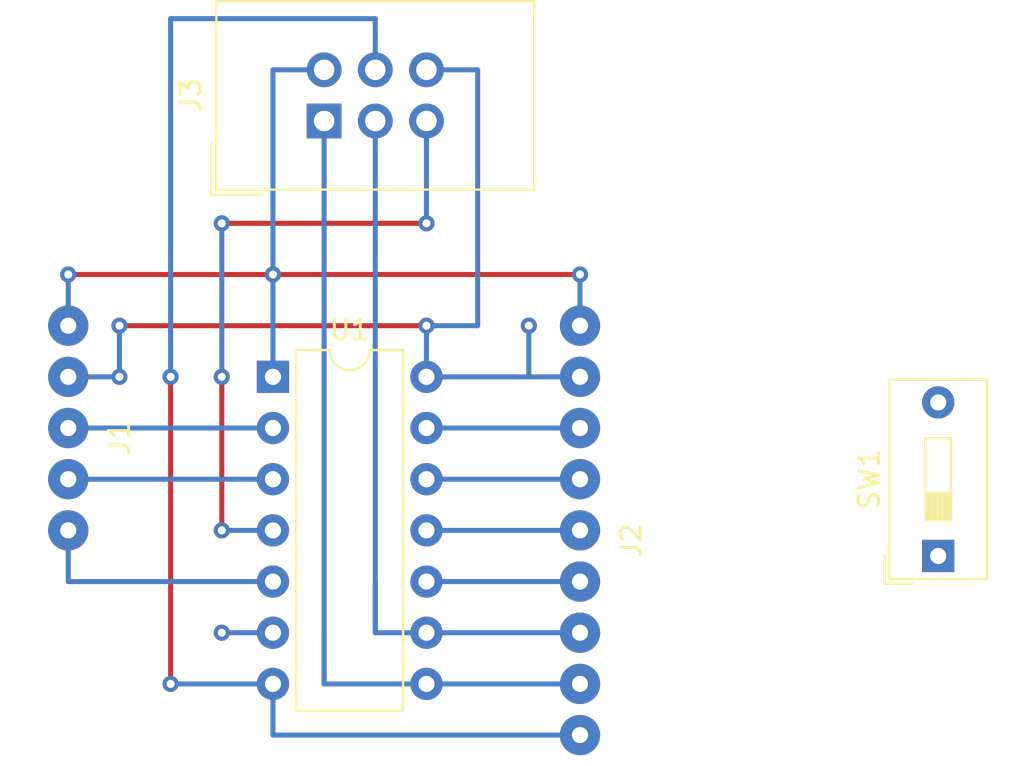
<source format=kicad_pcb>
(kicad_pcb (version 20171130) (host pcbnew 5.1.2)

  (general
    (thickness 1.6)
    (drawings 0)
    (tracks 70)
    (zones 0)
    (modules 5)
    (nets 15)
  )

  (page A4)
  (layers
    (0 F.Cu signal)
    (1 Free_Wire signal)
    (2 In2.Cu signal hide)
    (31 B.Cu signal)
    (32 B.Adhes user)
    (33 F.Adhes user)
    (34 B.Paste user)
    (35 F.Paste user)
    (36 B.SilkS user)
    (37 F.SilkS user)
    (38 B.Mask user)
    (39 F.Mask user)
    (40 Dwgs.User user)
    (41 Cmts.User user)
    (42 Eco1.User user)
    (43 Eco2.User user)
    (44 Edge.Cuts user)
    (45 Margin user)
    (46 B.CrtYd user)
    (47 F.CrtYd user)
    (48 B.Fab user)
    (49 F.Fab user)
  )

  (setup
    (last_trace_width 0.25)
    (trace_clearance 0.2)
    (zone_clearance 0.508)
    (zone_45_only no)
    (trace_min 0.2)
    (via_size 0.8)
    (via_drill 0.4)
    (via_min_size 0.4)
    (via_min_drill 0.3)
    (uvia_size 0.3)
    (uvia_drill 0.1)
    (uvias_allowed no)
    (uvia_min_size 0.2)
    (uvia_min_drill 0.1)
    (edge_width 0.05)
    (segment_width 0.2)
    (pcb_text_width 0.3)
    (pcb_text_size 1.5 1.5)
    (mod_edge_width 0.12)
    (mod_text_size 1 1)
    (mod_text_width 0.15)
    (pad_size 1.524 1.524)
    (pad_drill 0.762)
    (pad_to_mask_clearance 0.051)
    (solder_mask_min_width 0.25)
    (aux_axis_origin 0 0)
    (visible_elements FFFFFF7F)
    (pcbplotparams
      (layerselection 0x010fc_ffffffff)
      (usegerberextensions false)
      (usegerberattributes false)
      (usegerberadvancedattributes false)
      (creategerberjobfile false)
      (excludeedgelayer true)
      (linewidth 0.100000)
      (plotframeref false)
      (viasonmask false)
      (mode 1)
      (useauxorigin false)
      (hpglpennumber 1)
      (hpglpenspeed 20)
      (hpglpendiameter 15.000000)
      (psnegative false)
      (psa4output false)
      (plotreference true)
      (plotvalue true)
      (plotinvisibletext false)
      (padsonsilk false)
      (subtractmaskfromsilk false)
      (outputformat 1)
      (mirror false)
      (drillshape 1)
      (scaleselection 1)
      (outputdirectory ""))
  )

  (net 0 "")
  (net 1 +5V)
  (net 2 /Atari_Up)
  (net 3 GND)
  (net 4 /RST)
  (net 5 /Atari_PaddleB)
  (net 6 /Atari_Right)
  (net 7 /Atari_PaddleA)
  (net 8 /Atari_Trigger)
  (net 9 /SNES_SerialData)
  (net 10 /Atari_Down)
  (net 11 /Atari_Left)
  (net 12 /SNES_DataLatch)
  (net 13 /SNES_DataCLK)
  (net 14 "Net-(SW1-Pad1)")

  (net_class Default "Dies ist die voreingestellte Netzklasse."
    (clearance 0.2)
    (trace_width 0.25)
    (via_dia 0.8)
    (via_drill 0.4)
    (uvia_dia 0.3)
    (uvia_drill 0.1)
    (add_net +5V)
    (add_net /Atari_Down)
    (add_net /Atari_Left)
    (add_net /Atari_PaddleA)
    (add_net /Atari_PaddleB)
    (add_net /Atari_Right)
    (add_net /Atari_Trigger)
    (add_net /Atari_Up)
    (add_net /RST)
    (add_net /SNES_DataCLK)
    (add_net /SNES_DataLatch)
    (add_net /SNES_SerialData)
    (add_net GND)
    (add_net "Net-(SW1-Pad1)")
  )

  (module Button_Switch_THT:SW_DIP_SPSTx01_Slide_9.78x4.72mm_W7.62mm_P2.54mm (layer F.Cu) (tedit 5A4E1404) (tstamp 5CEB3F45)
    (at 170.18 97.79 90)
    (descr "1x-dip-switch SPST , Slide, row spacing 7.62 mm (300 mils), body size 9.78x4.72mm (see e.g. https://www.ctscorp.com/wp-content/uploads/206-208.pdf)")
    (tags "DIP Switch SPST Slide 7.62mm 300mil")
    (path /5CEB034D)
    (fp_text reference SW1 (at 3.81 -3.42 90) (layer F.SilkS)
      (effects (font (size 1 1) (thickness 0.15)))
    )
    (fp_text value "B = UP" (at 3.81 3.42 90) (layer F.Fab)
      (effects (font (size 1 1) (thickness 0.15)))
    )
    (fp_text user on (at 5.365 -1.4975 90) (layer F.Fab)
      (effects (font (size 0.6 0.6) (thickness 0.09)))
    )
    (fp_text user %R (at 7.27 0) (layer F.Fab)
      (effects (font (size 0.6 0.6) (thickness 0.09)))
    )
    (fp_line (start 8.95 -2.7) (end -1.35 -2.7) (layer F.CrtYd) (width 0.05))
    (fp_line (start 8.95 2.7) (end 8.95 -2.7) (layer F.CrtYd) (width 0.05))
    (fp_line (start -1.35 2.7) (end 8.95 2.7) (layer F.CrtYd) (width 0.05))
    (fp_line (start -1.35 -2.7) (end -1.35 2.7) (layer F.CrtYd) (width 0.05))
    (fp_line (start 3.133333 -0.635) (end 3.133333 0.635) (layer F.SilkS) (width 0.12))
    (fp_line (start 1.78 0.565) (end 3.133333 0.565) (layer F.SilkS) (width 0.12))
    (fp_line (start 1.78 0.445) (end 3.133333 0.445) (layer F.SilkS) (width 0.12))
    (fp_line (start 1.78 0.325) (end 3.133333 0.325) (layer F.SilkS) (width 0.12))
    (fp_line (start 1.78 0.205) (end 3.133333 0.205) (layer F.SilkS) (width 0.12))
    (fp_line (start 1.78 0.085) (end 3.133333 0.085) (layer F.SilkS) (width 0.12))
    (fp_line (start 1.78 -0.035) (end 3.133333 -0.035) (layer F.SilkS) (width 0.12))
    (fp_line (start 1.78 -0.155) (end 3.133333 -0.155) (layer F.SilkS) (width 0.12))
    (fp_line (start 1.78 -0.275) (end 3.133333 -0.275) (layer F.SilkS) (width 0.12))
    (fp_line (start 1.78 -0.395) (end 3.133333 -0.395) (layer F.SilkS) (width 0.12))
    (fp_line (start 1.78 -0.515) (end 3.133333 -0.515) (layer F.SilkS) (width 0.12))
    (fp_line (start 5.84 -0.635) (end 1.78 -0.635) (layer F.SilkS) (width 0.12))
    (fp_line (start 5.84 0.635) (end 5.84 -0.635) (layer F.SilkS) (width 0.12))
    (fp_line (start 1.78 0.635) (end 5.84 0.635) (layer F.SilkS) (width 0.12))
    (fp_line (start 1.78 -0.635) (end 1.78 0.635) (layer F.SilkS) (width 0.12))
    (fp_line (start -1.38 -2.66) (end -1.38 -1.277) (layer F.SilkS) (width 0.12))
    (fp_line (start -1.38 -2.66) (end 0.004 -2.66) (layer F.SilkS) (width 0.12))
    (fp_line (start 8.76 -2.42) (end 8.76 2.42) (layer F.SilkS) (width 0.12))
    (fp_line (start -1.14 -2.42) (end -1.14 2.42) (layer F.SilkS) (width 0.12))
    (fp_line (start -1.14 2.42) (end 8.76 2.42) (layer F.SilkS) (width 0.12))
    (fp_line (start -1.14 -2.42) (end 8.76 -2.42) (layer F.SilkS) (width 0.12))
    (fp_line (start 3.133333 -0.635) (end 3.133333 0.635) (layer F.Fab) (width 0.1))
    (fp_line (start 1.78 0.565) (end 3.133333 0.565) (layer F.Fab) (width 0.1))
    (fp_line (start 1.78 0.465) (end 3.133333 0.465) (layer F.Fab) (width 0.1))
    (fp_line (start 1.78 0.365) (end 3.133333 0.365) (layer F.Fab) (width 0.1))
    (fp_line (start 1.78 0.265) (end 3.133333 0.265) (layer F.Fab) (width 0.1))
    (fp_line (start 1.78 0.165) (end 3.133333 0.165) (layer F.Fab) (width 0.1))
    (fp_line (start 1.78 0.065) (end 3.133333 0.065) (layer F.Fab) (width 0.1))
    (fp_line (start 1.78 -0.035) (end 3.133333 -0.035) (layer F.Fab) (width 0.1))
    (fp_line (start 1.78 -0.135) (end 3.133333 -0.135) (layer F.Fab) (width 0.1))
    (fp_line (start 1.78 -0.235) (end 3.133333 -0.235) (layer F.Fab) (width 0.1))
    (fp_line (start 1.78 -0.335) (end 3.133333 -0.335) (layer F.Fab) (width 0.1))
    (fp_line (start 1.78 -0.435) (end 3.133333 -0.435) (layer F.Fab) (width 0.1))
    (fp_line (start 1.78 -0.535) (end 3.133333 -0.535) (layer F.Fab) (width 0.1))
    (fp_line (start 5.84 -0.635) (end 1.78 -0.635) (layer F.Fab) (width 0.1))
    (fp_line (start 5.84 0.635) (end 5.84 -0.635) (layer F.Fab) (width 0.1))
    (fp_line (start 1.78 0.635) (end 5.84 0.635) (layer F.Fab) (width 0.1))
    (fp_line (start 1.78 -0.635) (end 1.78 0.635) (layer F.Fab) (width 0.1))
    (fp_line (start -1.08 -1.36) (end -0.08 -2.36) (layer F.Fab) (width 0.1))
    (fp_line (start -1.08 2.36) (end -1.08 -1.36) (layer F.Fab) (width 0.1))
    (fp_line (start 8.7 2.36) (end -1.08 2.36) (layer F.Fab) (width 0.1))
    (fp_line (start 8.7 -2.36) (end 8.7 2.36) (layer F.Fab) (width 0.1))
    (fp_line (start -0.08 -2.36) (end 8.7 -2.36) (layer F.Fab) (width 0.1))
    (pad 2 thru_hole oval (at 7.62 0 90) (size 1.6 1.6) (drill 0.8) (layers *.Cu *.Mask)
      (net 3 GND))
    (pad 1 thru_hole rect (at 0 0 90) (size 1.6 1.6) (drill 0.8) (layers *.Cu *.Mask)
      (net 14 "Net-(SW1-Pad1)"))
    (model ${KISYS3DMOD}/Button_Switch_THT.3dshapes/SW_DIP_SPSTx01_Slide_9.78x4.72mm_W7.62mm_P2.54mm.wrl
      (at (xyz 0 0 0))
      (scale (xyz 1 1 1))
      (rotate (xyz 0 0 90))
    )
  )

  (module atari-snes:SNES_Pads (layer F.Cu) (tedit 5CE84641) (tstamp 5CE8F261)
    (at 127 86.36 270)
    (descr "Wire solder connection")
    (tags connector)
    (path /5CE86A09)
    (attr virtual)
    (fp_text reference J1 (at 5.588 -2.54 90) (layer F.SilkS)
      (effects (font (size 1 1) (thickness 0.15)))
    )
    (fp_text value SNES (at 5.08 2.54 90) (layer F.Fab)
      (effects (font (size 1 1) (thickness 0.15)))
    )
    (fp_text user %R (at 0 0 90) (layer F.Fab)
      (effects (font (size 1 1) (thickness 0.15)))
    )
    (fp_line (start -1.5 -1.5) (end 11.684 -1.5) (layer F.CrtYd) (width 0.05))
    (fp_line (start -1.5 -1.5) (end -1.5 1.5) (layer F.CrtYd) (width 0.05))
    (fp_line (start 11.684 1.5) (end 11.684 -1.5) (layer F.CrtYd) (width 0.05))
    (fp_line (start 11.684 1.5) (end -1.5 1.5) (layer F.CrtYd) (width 0.05))
    (pad 7 thru_hole circle (at 2.54 0 270) (size 1.99898 1.99898) (drill 0.8001) (layers *.Cu *.Mask)
      (net 3 GND))
    (pad 4 thru_hole circle (at 10.16 0 270) (size 1.99898 1.99898) (drill 0.8001) (layers *.Cu *.Mask)
      (net 9 /SNES_SerialData))
    (pad 3 thru_hole circle (at 7.62 0 270) (size 1.99898 1.99898) (drill 0.8001) (layers *.Cu *.Mask)
      (net 12 /SNES_DataLatch))
    (pad 2 thru_hole circle (at 5.08 0 270) (size 1.99898 1.99898) (drill 0.8001) (layers *.Cu *.Mask)
      (net 13 /SNES_DataCLK))
    (pad 1 thru_hole circle (at 0 0 270) (size 1.99898 1.99898) (drill 0.8001) (layers *.Cu *.Mask)
      (net 1 +5V))
  )

  (module atari-snes:Atari_Pads (layer F.Cu) (tedit 5CE845A9) (tstamp 5CE8F464)
    (at 152.4 86.36 270)
    (descr "Wire solder connection")
    (tags connector)
    (path /5CE85272)
    (attr virtual)
    (fp_text reference J2 (at 10.668 -2.54 90) (layer F.SilkS)
      (effects (font (size 1 1) (thickness 0.15)))
    )
    (fp_text value Atari (at 10.16 2.54 90) (layer F.Fab)
      (effects (font (size 1 1) (thickness 0.15)))
    )
    (fp_line (start 21.844 1.524) (end -1.5 1.5) (layer F.CrtYd) (width 0.05))
    (fp_line (start 21.844 1.5) (end 21.844 -1.5) (layer F.CrtYd) (width 0.05))
    (fp_line (start -1.5 -1.5) (end -1.5 1.5) (layer F.CrtYd) (width 0.05))
    (fp_line (start -1.5 -1.5) (end 21.844 -1.5) (layer F.CrtYd) (width 0.05))
    (fp_text user %R (at 0 0 90) (layer F.Fab)
      (effects (font (size 1 1) (thickness 0.15)))
    )
    (pad 9 thru_hole circle (at 20.32 0 270) (size 1.99898 1.99898) (drill 0.8001) (layers *.Cu *.Mask)
      (net 7 /Atari_PaddleA))
    (pad 8 thru_hole circle (at 2.54 0 270) (size 1.99898 1.99898) (drill 0.8001) (layers *.Cu *.Mask)
      (net 3 GND))
    (pad 6 thru_hole circle (at 17.78 0 270) (size 1.99898 1.99898) (drill 0.8001) (layers *.Cu *.Mask)
      (net 8 /Atari_Trigger))
    (pad 5 thru_hole circle (at 15.24 0 270) (size 1.99898 1.99898) (drill 0.8001) (layers *.Cu *.Mask)
      (net 5 /Atari_PaddleB))
    (pad 1 thru_hole circle (at 5.08 0 270) (size 1.99898 1.99898) (drill 0.8001) (layers *.Cu *.Mask)
      (net 2 /Atari_Up))
    (pad 2 thru_hole circle (at 7.62 0 270) (size 1.99898 1.99898) (drill 0.8001) (layers *.Cu *.Mask)
      (net 10 /Atari_Down))
    (pad 3 thru_hole circle (at 10.16 0 270) (size 1.99898 1.99898) (drill 0.8001) (layers *.Cu *.Mask)
      (net 11 /Atari_Left))
    (pad 4 thru_hole circle (at 12.7 0 270) (size 1.99898 1.99898) (drill 0.8001) (layers *.Cu *.Mask)
      (net 6 /Atari_Right))
    (pad 7 thru_hole circle (at 0 0 270) (size 1.99898 1.99898) (drill 0.8001) (layers *.Cu *.Mask)
      (net 1 +5V))
  )

  (module Package_DIP:DIP-14_W7.62mm (layer F.Cu) (tedit 5A02E8C5) (tstamp 5CE8F2B1)
    (at 137.16 88.9)
    (descr "14-lead though-hole mounted DIP package, row spacing 7.62 mm (300 mils)")
    (tags "THT DIP DIL PDIP 2.54mm 7.62mm 300mil")
    (path /5CE83320)
    (fp_text reference U1 (at 3.81 -2.33) (layer F.SilkS)
      (effects (font (size 1 1) (thickness 0.15)))
    )
    (fp_text value ATtiny84A-PU (at 3.81 17.57) (layer F.Fab)
      (effects (font (size 1 1) (thickness 0.15)))
    )
    (fp_text user %R (at 3.81 7.62) (layer F.Fab)
      (effects (font (size 1 1) (thickness 0.15)))
    )
    (fp_line (start 8.7 -1.55) (end -1.1 -1.55) (layer F.CrtYd) (width 0.05))
    (fp_line (start 8.7 16.8) (end 8.7 -1.55) (layer F.CrtYd) (width 0.05))
    (fp_line (start -1.1 16.8) (end 8.7 16.8) (layer F.CrtYd) (width 0.05))
    (fp_line (start -1.1 -1.55) (end -1.1 16.8) (layer F.CrtYd) (width 0.05))
    (fp_line (start 6.46 -1.33) (end 4.81 -1.33) (layer F.SilkS) (width 0.12))
    (fp_line (start 6.46 16.57) (end 6.46 -1.33) (layer F.SilkS) (width 0.12))
    (fp_line (start 1.16 16.57) (end 6.46 16.57) (layer F.SilkS) (width 0.12))
    (fp_line (start 1.16 -1.33) (end 1.16 16.57) (layer F.SilkS) (width 0.12))
    (fp_line (start 2.81 -1.33) (end 1.16 -1.33) (layer F.SilkS) (width 0.12))
    (fp_line (start 0.635 -0.27) (end 1.635 -1.27) (layer F.Fab) (width 0.1))
    (fp_line (start 0.635 16.51) (end 0.635 -0.27) (layer F.Fab) (width 0.1))
    (fp_line (start 6.985 16.51) (end 0.635 16.51) (layer F.Fab) (width 0.1))
    (fp_line (start 6.985 -1.27) (end 6.985 16.51) (layer F.Fab) (width 0.1))
    (fp_line (start 1.635 -1.27) (end 6.985 -1.27) (layer F.Fab) (width 0.1))
    (fp_arc (start 3.81 -1.33) (end 2.81 -1.33) (angle -180) (layer F.SilkS) (width 0.12))
    (pad 14 thru_hole oval (at 7.62 0) (size 1.6 1.6) (drill 0.8) (layers *.Cu *.Mask)
      (net 3 GND))
    (pad 7 thru_hole oval (at 0 15.24) (size 1.6 1.6) (drill 0.8) (layers *.Cu *.Mask)
      (net 7 /Atari_PaddleA))
    (pad 13 thru_hole oval (at 7.62 2.54) (size 1.6 1.6) (drill 0.8) (layers *.Cu *.Mask)
      (net 2 /Atari_Up))
    (pad 6 thru_hole oval (at 0 12.7) (size 1.6 1.6) (drill 0.8) (layers *.Cu *.Mask)
      (net 14 "Net-(SW1-Pad1)"))
    (pad 12 thru_hole oval (at 7.62 5.08) (size 1.6 1.6) (drill 0.8) (layers *.Cu *.Mask)
      (net 10 /Atari_Down))
    (pad 5 thru_hole oval (at 0 10.16) (size 1.6 1.6) (drill 0.8) (layers *.Cu *.Mask)
      (net 9 /SNES_SerialData))
    (pad 11 thru_hole oval (at 7.62 7.62) (size 1.6 1.6) (drill 0.8) (layers *.Cu *.Mask)
      (net 11 /Atari_Left))
    (pad 4 thru_hole oval (at 0 7.62) (size 1.6 1.6) (drill 0.8) (layers *.Cu *.Mask)
      (net 4 /RST))
    (pad 10 thru_hole oval (at 7.62 10.16) (size 1.6 1.6) (drill 0.8) (layers *.Cu *.Mask)
      (net 6 /Atari_Right))
    (pad 3 thru_hole oval (at 0 5.08) (size 1.6 1.6) (drill 0.8) (layers *.Cu *.Mask)
      (net 12 /SNES_DataLatch))
    (pad 9 thru_hole oval (at 7.62 12.7) (size 1.6 1.6) (drill 0.8) (layers *.Cu *.Mask)
      (net 5 /Atari_PaddleB))
    (pad 2 thru_hole oval (at 0 2.54) (size 1.6 1.6) (drill 0.8) (layers *.Cu *.Mask)
      (net 13 /SNES_DataCLK))
    (pad 8 thru_hole oval (at 7.62 15.24) (size 1.6 1.6) (drill 0.8) (layers *.Cu *.Mask)
      (net 8 /Atari_Trigger))
    (pad 1 thru_hole rect (at 0 0) (size 1.6 1.6) (drill 0.8) (layers *.Cu *.Mask)
      (net 1 +5V))
    (model ${KISYS3DMOD}/Package_DIP.3dshapes/DIP-14_W7.62mm.wrl
      (at (xyz 0 0 0))
      (scale (xyz 1 1 1))
      (rotate (xyz 0 0 0))
    )
  )

  (module Connector_IDC:IDC-Header_2x03_P2.54mm_Vertical (layer F.Cu) (tedit 59DE0819) (tstamp 5CE899B3)
    (at 139.7 76.2 90)
    (descr "Through hole straight IDC box header, 2x03, 2.54mm pitch, double rows")
    (tags "Through hole IDC box header THT 2x03 2.54mm double row")
    (path /5CE83F06)
    (fp_text reference J3 (at 1.27 -6.604 90) (layer F.SilkS)
      (effects (font (size 1 1) (thickness 0.15)))
    )
    (fp_text value AVR-ISP-6 (at 1.27 11.684 90) (layer F.Fab)
      (effects (font (size 1 1) (thickness 0.15)))
    )
    (fp_line (start -3.655 -5.6) (end -1.115 -5.6) (layer F.SilkS) (width 0.12))
    (fp_line (start -3.655 -5.6) (end -3.655 -3.06) (layer F.SilkS) (width 0.12))
    (fp_line (start -3.405 -5.35) (end 5.945 -5.35) (layer F.SilkS) (width 0.12))
    (fp_line (start -3.405 10.43) (end -3.405 -5.35) (layer F.SilkS) (width 0.12))
    (fp_line (start 5.945 10.43) (end -3.405 10.43) (layer F.SilkS) (width 0.12))
    (fp_line (start 5.945 -5.35) (end 5.945 10.43) (layer F.SilkS) (width 0.12))
    (fp_line (start -3.41 -5.35) (end 5.95 -5.35) (layer F.CrtYd) (width 0.05))
    (fp_line (start -3.41 10.43) (end -3.41 -5.35) (layer F.CrtYd) (width 0.05))
    (fp_line (start 5.95 10.43) (end -3.41 10.43) (layer F.CrtYd) (width 0.05))
    (fp_line (start 5.95 -5.35) (end 5.95 10.43) (layer F.CrtYd) (width 0.05))
    (fp_line (start -3.155 10.18) (end -2.605 9.62) (layer F.Fab) (width 0.1))
    (fp_line (start -3.155 -5.1) (end -2.605 -4.56) (layer F.Fab) (width 0.1))
    (fp_line (start 5.695 10.18) (end 5.145 9.62) (layer F.Fab) (width 0.1))
    (fp_line (start 5.695 -5.1) (end 5.145 -4.56) (layer F.Fab) (width 0.1))
    (fp_line (start 5.145 9.62) (end -2.605 9.62) (layer F.Fab) (width 0.1))
    (fp_line (start 5.695 10.18) (end -3.155 10.18) (layer F.Fab) (width 0.1))
    (fp_line (start 5.145 -4.56) (end -2.605 -4.56) (layer F.Fab) (width 0.1))
    (fp_line (start 5.695 -5.1) (end -3.155 -5.1) (layer F.Fab) (width 0.1))
    (fp_line (start -2.605 4.79) (end -3.155 4.79) (layer F.Fab) (width 0.1))
    (fp_line (start -2.605 0.29) (end -3.155 0.29) (layer F.Fab) (width 0.1))
    (fp_line (start -2.605 4.79) (end -2.605 9.62) (layer F.Fab) (width 0.1))
    (fp_line (start -2.605 -4.56) (end -2.605 0.29) (layer F.Fab) (width 0.1))
    (fp_line (start -3.155 -5.1) (end -3.155 10.18) (layer F.Fab) (width 0.1))
    (fp_line (start 5.145 -4.56) (end 5.145 9.62) (layer F.Fab) (width 0.1))
    (fp_line (start 5.695 -5.1) (end 5.695 10.18) (layer F.Fab) (width 0.1))
    (fp_text user %R (at 1.27 2.54 90) (layer F.Fab)
      (effects (font (size 1 1) (thickness 0.15)))
    )
    (pad 6 thru_hole oval (at 2.54 5.08 90) (size 1.7272 1.7272) (drill 1.016) (layers *.Cu *.Mask)
      (net 3 GND))
    (pad 5 thru_hole oval (at 0 5.08 90) (size 1.7272 1.7272) (drill 1.016) (layers *.Cu *.Mask)
      (net 4 /RST))
    (pad 4 thru_hole oval (at 2.54 2.54 90) (size 1.7272 1.7272) (drill 1.016) (layers *.Cu *.Mask)
      (net 7 /Atari_PaddleA))
    (pad 3 thru_hole oval (at 0 2.54 90) (size 1.7272 1.7272) (drill 1.016) (layers *.Cu *.Mask)
      (net 5 /Atari_PaddleB))
    (pad 2 thru_hole oval (at 2.54 0 90) (size 1.7272 1.7272) (drill 1.016) (layers *.Cu *.Mask)
      (net 1 +5V))
    (pad 1 thru_hole rect (at 0 0 90) (size 1.7272 1.7272) (drill 1.016) (layers *.Cu *.Mask)
      (net 8 /Atari_Trigger))
    (model ${KISYS3DMOD}/Connector_IDC.3dshapes/IDC-Header_2x03_P2.54mm_Vertical.wrl
      (at (xyz 0 0 0))
      (scale (xyz 1 1 1))
      (rotate (xyz 0 0 0))
    )
  )

  (via (at 137.16 83.82) (size 0.8) (drill 0.4) (layers F.Cu B.Cu) (net 1))
  (segment (start 137.16 81.28) (end 137.16 73.66) (width 0.25) (layer B.Cu) (net 1) (tstamp 5CE89988))
  (segment (start 137.16 73.66) (end 139.7 73.66) (width 0.25) (layer B.Cu) (net 1) (tstamp 5CE89985))
  (via (at 127 83.82) (size 0.8) (drill 0.4) (layers F.Cu B.Cu) (net 1))
  (segment (start 127 83.82) (end 137.16 83.82) (width 0.25) (layer F.Cu) (net 1))
  (via (at 152.4 83.82) (size 0.8) (drill 0.4) (layers F.Cu B.Cu) (net 1))
  (segment (start 137.16 83.82) (end 137.16 81.28) (width 0.25) (layer B.Cu) (net 1))
  (segment (start 137.16 83.82) (end 152.4 83.82) (width 0.25) (layer F.Cu) (net 1))
  (segment (start 152.4 83.82) (end 152.4 86.36) (width 0.25) (layer B.Cu) (net 1))
  (segment (start 137.16 83.82) (end 137.16 88.9) (width 0.25) (layer B.Cu) (net 1))
  (segment (start 127 83.82) (end 127 86.36) (width 0.25) (layer B.Cu) (net 1))
  (segment (start 144.78 91.44) (end 152.4 91.44) (width 0.25) (layer B.Cu) (net 2))
  (via (at 144.78 86.36) (size 0.8) (drill 0.4) (layers F.Cu B.Cu) (net 3))
  (segment (start 144.78 86.36) (end 129.54 86.36) (width 0.25) (layer F.Cu) (net 3))
  (via (at 129.54 88.9) (size 0.8) (drill 0.4) (layers F.Cu B.Cu) (net 3))
  (segment (start 129.54 88.9) (end 127 88.9) (width 0.25) (layer B.Cu) (net 3))
  (via (at 129.54 86.36) (size 0.8) (drill 0.4) (layers F.Cu B.Cu) (net 3))
  (segment (start 144.78 73.66) (end 147.32 73.66) (width 0.25) (layer B.Cu) (net 3))
  (segment (start 147.32 73.66) (end 147.32 86.36) (width 0.25) (layer B.Cu) (net 3))
  (segment (start 147.32 86.36) (end 144.78 86.36) (width 0.25) (layer B.Cu) (net 3))
  (segment (start 144.78 86.36) (end 144.78 88.9) (width 0.25) (layer B.Cu) (net 3))
  (segment (start 129.54 86.36) (end 129.54 88.9) (width 0.25) (layer B.Cu) (net 3))
  (segment (start 149.86 88.9) (end 149.86 86.36) (width 0.25) (layer B.Cu) (net 3))
  (segment (start 149.86 88.9) (end 152.4 88.9) (width 0.25) (layer B.Cu) (net 3))
  (segment (start 144.78 88.9) (end 149.86 88.9) (width 0.25) (layer B.Cu) (net 3))
  (via (at 149.86 86.36) (size 0.8) (drill 0.4) (layers F.Cu B.Cu) (net 3))
  (segment (start 169.380001 89.370001) (end 170.18 90.17) (width 0.25) (layer Free_Wire) (net 3))
  (segment (start 151.184491 85.035509) (end 165.045509 85.035509) (width 0.25) (layer Free_Wire) (net 3))
  (segment (start 165.045509 85.035509) (end 169.380001 89.370001) (width 0.25) (layer Free_Wire) (net 3))
  (segment (start 149.86 86.36) (end 151.184491 85.035509) (width 0.25) (layer Free_Wire) (net 3))
  (via (at 144.78 81.28) (size 0.8) (drill 0.4) (layers F.Cu B.Cu) (net 4))
  (segment (start 144.78 76.2) (end 144.78 81.28) (width 0.25) (layer B.Cu) (net 4))
  (segment (start 144.78 81.28) (end 134.62 81.28) (width 0.25) (layer F.Cu) (net 4))
  (via (at 134.62 81.28) (size 0.8) (drill 0.4) (layers F.Cu B.Cu) (net 4))
  (via (at 134.62 88.9) (size 0.8) (drill 0.4) (layers F.Cu B.Cu) (net 4))
  (segment (start 134.62 81.28) (end 134.62 88.9) (width 0.25) (layer B.Cu) (net 4))
  (via (at 134.62 96.52) (size 0.8) (drill 0.4) (layers F.Cu B.Cu) (net 4))
  (segment (start 134.62 96.52) (end 137.16 96.52) (width 0.25) (layer B.Cu) (net 4))
  (segment (start 134.62 88.9) (end 134.62 96.52) (width 0.25) (layer F.Cu) (net 4))
  (segment (start 142.24 101.6) (end 144.78 101.6) (width 0.25) (layer B.Cu) (net 5))
  (segment (start 142.24 76.2) (end 142.24 101.6) (width 0.25) (layer B.Cu) (net 5) (tstamp 5CE89982))
  (segment (start 142.24 99.06) (end 142.24 101.6) (width 0.25) (layer B.Cu) (net 5))
  (segment (start 144.78 101.6) (end 152.4 101.6) (width 0.25) (layer B.Cu) (net 5))
  (segment (start 144.78 99.06) (end 152.4 99.06) (width 0.25) (layer B.Cu) (net 6))
  (segment (start 137.16 106.68) (end 137.16 104.14) (width 0.25) (layer B.Cu) (net 7))
  (segment (start 142.24 73.66) (end 142.24 71.12) (width 0.25) (layer B.Cu) (net 7) (tstamp 5CE89979))
  (segment (start 142.24 71.12) (end 132.08 71.12) (width 0.25) (layer B.Cu) (net 7) (tstamp 5CE8998E))
  (via (at 132.08 88.9) (size 0.8) (drill 0.4) (layers F.Cu B.Cu) (net 7))
  (segment (start 132.08 71.12) (end 132.08 88.9) (width 0.25) (layer B.Cu) (net 7) (tstamp 5CE8997C))
  (via (at 132.08 104.14) (size 0.8) (drill 0.4) (layers F.Cu B.Cu) (net 7))
  (segment (start 132.08 88.9) (end 132.08 104.14) (width 0.25) (layer F.Cu) (net 7))
  (segment (start 132.08 104.14) (end 137.16 104.14) (width 0.25) (layer B.Cu) (net 7))
  (segment (start 137.16 106.68) (end 152.4 106.68) (width 0.25) (layer B.Cu) (net 7))
  (segment (start 139.7 76.2) (end 139.7 104.14) (width 0.25) (layer B.Cu) (net 8) (tstamp 5CE89976))
  (segment (start 139.7 104.14) (end 144.78 104.14) (width 0.25) (layer B.Cu) (net 8))
  (segment (start 139.7 101.6) (end 139.7 104.14) (width 0.25) (layer B.Cu) (net 8))
  (segment (start 144.78 104.14) (end 152.4 104.14) (width 0.25) (layer B.Cu) (net 8))
  (segment (start 127 96.52) (end 127 99.06) (width 0.25) (layer B.Cu) (net 9))
  (segment (start 127 99.06) (end 137.16 99.06) (width 0.25) (layer B.Cu) (net 9))
  (segment (start 144.78 93.98) (end 152.4 93.98) (width 0.25) (layer B.Cu) (net 10))
  (segment (start 144.78 96.52) (end 152.4 96.52) (width 0.25) (layer B.Cu) (net 11))
  (segment (start 127 93.98) (end 137.16 93.98) (width 0.25) (layer B.Cu) (net 12))
  (segment (start 127 91.44) (end 137.16 91.44) (width 0.25) (layer B.Cu) (net 13))
  (via (at 134.62 101.6) (size 0.8) (drill 0.4) (layers F.Cu B.Cu) (net 14))
  (segment (start 137.16 101.6) (end 134.62 101.6) (width 0.25) (layer B.Cu) (net 14))
  (segment (start 139.359489 108.004491) (end 161.235509 108.004491) (width 0.25) (layer Free_Wire) (net 14))
  (segment (start 134.62 101.6) (end 134.62 103.265002) (width 0.25) (layer Free_Wire) (net 14))
  (segment (start 134.62 103.265002) (end 139.359489 108.004491) (width 0.25) (layer Free_Wire) (net 14))
  (segment (start 170.18 99.06) (end 170.18 97.79) (width 0.25) (layer Free_Wire) (net 14))
  (segment (start 161.235509 108.004491) (end 170.18 99.06) (width 0.25) (layer Free_Wire) (net 14))

)

</source>
